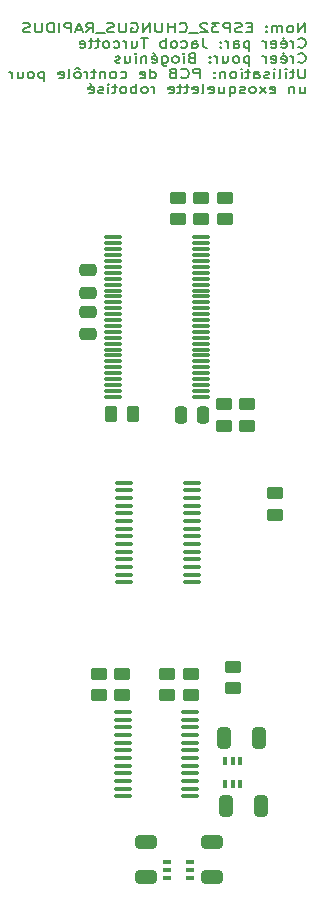
<source format=gbr>
%TF.GenerationSoftware,KiCad,Pcbnew,8.0.1-rc1*%
%TF.CreationDate,2024-04-06T08:28:56-04:00*%
%TF.ProjectId,ESP32_CHUNGUS_RAPIDUS,45535033-325f-4434-9855-4e4755535f52,rev?*%
%TF.SameCoordinates,Original*%
%TF.FileFunction,Paste,Bot*%
%TF.FilePolarity,Positive*%
%FSLAX46Y46*%
G04 Gerber Fmt 4.6, Leading zero omitted, Abs format (unit mm)*
G04 Created by KiCad (PCBNEW 8.0.1-rc1) date 2024-04-06 08:28:56*
%MOMM*%
%LPD*%
G01*
G04 APERTURE LIST*
G04 Aperture macros list*
%AMRoundRect*
0 Rectangle with rounded corners*
0 $1 Rounding radius*
0 $2 $3 $4 $5 $6 $7 $8 $9 X,Y pos of 4 corners*
0 Add a 4 corners polygon primitive as box body*
4,1,4,$2,$3,$4,$5,$6,$7,$8,$9,$2,$3,0*
0 Add four circle primitives for the rounded corners*
1,1,$1+$1,$2,$3*
1,1,$1+$1,$4,$5*
1,1,$1+$1,$6,$7*
1,1,$1+$1,$8,$9*
0 Add four rect primitives between the rounded corners*
20,1,$1+$1,$2,$3,$4,$5,0*
20,1,$1+$1,$4,$5,$6,$7,0*
20,1,$1+$1,$6,$7,$8,$9,0*
20,1,$1+$1,$8,$9,$2,$3,0*%
G04 Aperture macros list end*
%ADD10C,0.200000*%
%ADD11RoundRect,0.100000X0.637500X0.100000X-0.637500X0.100000X-0.637500X-0.100000X0.637500X-0.100000X0*%
%ADD12RoundRect,0.250000X-0.475000X0.250000X-0.475000X-0.250000X0.475000X-0.250000X0.475000X0.250000X0*%
%ADD13RoundRect,0.250000X-0.450000X0.262500X-0.450000X-0.262500X0.450000X-0.262500X0.450000X0.262500X0*%
%ADD14RoundRect,0.250000X0.450000X-0.262500X0.450000X0.262500X-0.450000X0.262500X-0.450000X-0.262500X0*%
%ADD15RoundRect,0.250000X0.475000X-0.250000X0.475000X0.250000X-0.475000X0.250000X-0.475000X-0.250000X0*%
%ADD16RoundRect,0.075000X0.662500X0.075000X-0.662500X0.075000X-0.662500X-0.075000X0.662500X-0.075000X0*%
%ADD17RoundRect,0.250000X0.325000X0.650000X-0.325000X0.650000X-0.325000X-0.650000X0.325000X-0.650000X0*%
%ADD18RoundRect,0.250000X-0.325000X-0.650000X0.325000X-0.650000X0.325000X0.650000X-0.325000X0.650000X0*%
%ADD19RoundRect,0.250000X0.262500X0.450000X-0.262500X0.450000X-0.262500X-0.450000X0.262500X-0.450000X0*%
%ADD20RoundRect,0.250000X-0.650000X0.325000X-0.650000X-0.325000X0.650000X-0.325000X0.650000X0.325000X0*%
%ADD21RoundRect,0.250000X0.650000X-0.325000X0.650000X0.325000X-0.650000X0.325000X-0.650000X-0.325000X0*%
%ADD22RoundRect,0.250000X-0.250000X-0.475000X0.250000X-0.475000X0.250000X0.475000X-0.250000X0.475000X0*%
%ADD23RoundRect,0.100000X-0.225000X-0.100000X0.225000X-0.100000X0.225000X0.100000X-0.225000X0.100000X0*%
%ADD24RoundRect,0.100000X-0.100000X0.225000X-0.100000X-0.225000X0.100000X-0.225000X0.100000X0.225000X0*%
G04 APERTURE END LIST*
D10*
X92680326Y-21589875D02*
X92680326Y-20789875D01*
X92680326Y-20789875D02*
X92108898Y-21589875D01*
X92108898Y-21589875D02*
X92108898Y-20789875D01*
X91489850Y-21589875D02*
X91585088Y-21551780D01*
X91585088Y-21551780D02*
X91632707Y-21513684D01*
X91632707Y-21513684D02*
X91680326Y-21437494D01*
X91680326Y-21437494D02*
X91680326Y-21208922D01*
X91680326Y-21208922D02*
X91632707Y-21132732D01*
X91632707Y-21132732D02*
X91585088Y-21094637D01*
X91585088Y-21094637D02*
X91489850Y-21056541D01*
X91489850Y-21056541D02*
X91346993Y-21056541D01*
X91346993Y-21056541D02*
X91251755Y-21094637D01*
X91251755Y-21094637D02*
X91204136Y-21132732D01*
X91204136Y-21132732D02*
X91156517Y-21208922D01*
X91156517Y-21208922D02*
X91156517Y-21437494D01*
X91156517Y-21437494D02*
X91204136Y-21513684D01*
X91204136Y-21513684D02*
X91251755Y-21551780D01*
X91251755Y-21551780D02*
X91346993Y-21589875D01*
X91346993Y-21589875D02*
X91489850Y-21589875D01*
X90727945Y-21589875D02*
X90727945Y-21056541D01*
X90727945Y-21132732D02*
X90680326Y-21094637D01*
X90680326Y-21094637D02*
X90585088Y-21056541D01*
X90585088Y-21056541D02*
X90442231Y-21056541D01*
X90442231Y-21056541D02*
X90346993Y-21094637D01*
X90346993Y-21094637D02*
X90299374Y-21170827D01*
X90299374Y-21170827D02*
X90299374Y-21589875D01*
X90299374Y-21170827D02*
X90251755Y-21094637D01*
X90251755Y-21094637D02*
X90156517Y-21056541D01*
X90156517Y-21056541D02*
X90013660Y-21056541D01*
X90013660Y-21056541D02*
X89918421Y-21094637D01*
X89918421Y-21094637D02*
X89870802Y-21170827D01*
X89870802Y-21170827D02*
X89870802Y-21589875D01*
X89394612Y-21513684D02*
X89346993Y-21551780D01*
X89346993Y-21551780D02*
X89394612Y-21589875D01*
X89394612Y-21589875D02*
X89442231Y-21551780D01*
X89442231Y-21551780D02*
X89394612Y-21513684D01*
X89394612Y-21513684D02*
X89394612Y-21589875D01*
X89394612Y-21094637D02*
X89346993Y-21132732D01*
X89346993Y-21132732D02*
X89394612Y-21170827D01*
X89394612Y-21170827D02*
X89442231Y-21132732D01*
X89442231Y-21132732D02*
X89394612Y-21094637D01*
X89394612Y-21094637D02*
X89394612Y-21170827D01*
X88156517Y-21170827D02*
X87823184Y-21170827D01*
X87680327Y-21589875D02*
X88156517Y-21589875D01*
X88156517Y-21589875D02*
X88156517Y-20789875D01*
X88156517Y-20789875D02*
X87680327Y-20789875D01*
X87299374Y-21551780D02*
X87156517Y-21589875D01*
X87156517Y-21589875D02*
X86918422Y-21589875D01*
X86918422Y-21589875D02*
X86823184Y-21551780D01*
X86823184Y-21551780D02*
X86775565Y-21513684D01*
X86775565Y-21513684D02*
X86727946Y-21437494D01*
X86727946Y-21437494D02*
X86727946Y-21361303D01*
X86727946Y-21361303D02*
X86775565Y-21285113D01*
X86775565Y-21285113D02*
X86823184Y-21247018D01*
X86823184Y-21247018D02*
X86918422Y-21208922D01*
X86918422Y-21208922D02*
X87108898Y-21170827D01*
X87108898Y-21170827D02*
X87204136Y-21132732D01*
X87204136Y-21132732D02*
X87251755Y-21094637D01*
X87251755Y-21094637D02*
X87299374Y-21018446D01*
X87299374Y-21018446D02*
X87299374Y-20942256D01*
X87299374Y-20942256D02*
X87251755Y-20866065D01*
X87251755Y-20866065D02*
X87204136Y-20827970D01*
X87204136Y-20827970D02*
X87108898Y-20789875D01*
X87108898Y-20789875D02*
X86870803Y-20789875D01*
X86870803Y-20789875D02*
X86727946Y-20827970D01*
X86299374Y-21589875D02*
X86299374Y-20789875D01*
X86299374Y-20789875D02*
X85918422Y-20789875D01*
X85918422Y-20789875D02*
X85823184Y-20827970D01*
X85823184Y-20827970D02*
X85775565Y-20866065D01*
X85775565Y-20866065D02*
X85727946Y-20942256D01*
X85727946Y-20942256D02*
X85727946Y-21056541D01*
X85727946Y-21056541D02*
X85775565Y-21132732D01*
X85775565Y-21132732D02*
X85823184Y-21170827D01*
X85823184Y-21170827D02*
X85918422Y-21208922D01*
X85918422Y-21208922D02*
X86299374Y-21208922D01*
X85394612Y-20789875D02*
X84775565Y-20789875D01*
X84775565Y-20789875D02*
X85108898Y-21094637D01*
X85108898Y-21094637D02*
X84966041Y-21094637D01*
X84966041Y-21094637D02*
X84870803Y-21132732D01*
X84870803Y-21132732D02*
X84823184Y-21170827D01*
X84823184Y-21170827D02*
X84775565Y-21247018D01*
X84775565Y-21247018D02*
X84775565Y-21437494D01*
X84775565Y-21437494D02*
X84823184Y-21513684D01*
X84823184Y-21513684D02*
X84870803Y-21551780D01*
X84870803Y-21551780D02*
X84966041Y-21589875D01*
X84966041Y-21589875D02*
X85251755Y-21589875D01*
X85251755Y-21589875D02*
X85346993Y-21551780D01*
X85346993Y-21551780D02*
X85394612Y-21513684D01*
X84394612Y-20866065D02*
X84346993Y-20827970D01*
X84346993Y-20827970D02*
X84251755Y-20789875D01*
X84251755Y-20789875D02*
X84013660Y-20789875D01*
X84013660Y-20789875D02*
X83918422Y-20827970D01*
X83918422Y-20827970D02*
X83870803Y-20866065D01*
X83870803Y-20866065D02*
X83823184Y-20942256D01*
X83823184Y-20942256D02*
X83823184Y-21018446D01*
X83823184Y-21018446D02*
X83870803Y-21132732D01*
X83870803Y-21132732D02*
X84442231Y-21589875D01*
X84442231Y-21589875D02*
X83823184Y-21589875D01*
X83632708Y-21666065D02*
X82870803Y-21666065D01*
X82061279Y-21513684D02*
X82108898Y-21551780D01*
X82108898Y-21551780D02*
X82251755Y-21589875D01*
X82251755Y-21589875D02*
X82346993Y-21589875D01*
X82346993Y-21589875D02*
X82489850Y-21551780D01*
X82489850Y-21551780D02*
X82585088Y-21475589D01*
X82585088Y-21475589D02*
X82632707Y-21399399D01*
X82632707Y-21399399D02*
X82680326Y-21247018D01*
X82680326Y-21247018D02*
X82680326Y-21132732D01*
X82680326Y-21132732D02*
X82632707Y-20980351D01*
X82632707Y-20980351D02*
X82585088Y-20904160D01*
X82585088Y-20904160D02*
X82489850Y-20827970D01*
X82489850Y-20827970D02*
X82346993Y-20789875D01*
X82346993Y-20789875D02*
X82251755Y-20789875D01*
X82251755Y-20789875D02*
X82108898Y-20827970D01*
X82108898Y-20827970D02*
X82061279Y-20866065D01*
X81632707Y-21589875D02*
X81632707Y-20789875D01*
X81632707Y-21170827D02*
X81061279Y-21170827D01*
X81061279Y-21589875D02*
X81061279Y-20789875D01*
X80585088Y-20789875D02*
X80585088Y-21437494D01*
X80585088Y-21437494D02*
X80537469Y-21513684D01*
X80537469Y-21513684D02*
X80489850Y-21551780D01*
X80489850Y-21551780D02*
X80394612Y-21589875D01*
X80394612Y-21589875D02*
X80204136Y-21589875D01*
X80204136Y-21589875D02*
X80108898Y-21551780D01*
X80108898Y-21551780D02*
X80061279Y-21513684D01*
X80061279Y-21513684D02*
X80013660Y-21437494D01*
X80013660Y-21437494D02*
X80013660Y-20789875D01*
X79537469Y-21589875D02*
X79537469Y-20789875D01*
X79537469Y-20789875D02*
X78966041Y-21589875D01*
X78966041Y-21589875D02*
X78966041Y-20789875D01*
X77966041Y-20827970D02*
X78061279Y-20789875D01*
X78061279Y-20789875D02*
X78204136Y-20789875D01*
X78204136Y-20789875D02*
X78346993Y-20827970D01*
X78346993Y-20827970D02*
X78442231Y-20904160D01*
X78442231Y-20904160D02*
X78489850Y-20980351D01*
X78489850Y-20980351D02*
X78537469Y-21132732D01*
X78537469Y-21132732D02*
X78537469Y-21247018D01*
X78537469Y-21247018D02*
X78489850Y-21399399D01*
X78489850Y-21399399D02*
X78442231Y-21475589D01*
X78442231Y-21475589D02*
X78346993Y-21551780D01*
X78346993Y-21551780D02*
X78204136Y-21589875D01*
X78204136Y-21589875D02*
X78108898Y-21589875D01*
X78108898Y-21589875D02*
X77966041Y-21551780D01*
X77966041Y-21551780D02*
X77918422Y-21513684D01*
X77918422Y-21513684D02*
X77918422Y-21247018D01*
X77918422Y-21247018D02*
X78108898Y-21247018D01*
X77489850Y-20789875D02*
X77489850Y-21437494D01*
X77489850Y-21437494D02*
X77442231Y-21513684D01*
X77442231Y-21513684D02*
X77394612Y-21551780D01*
X77394612Y-21551780D02*
X77299374Y-21589875D01*
X77299374Y-21589875D02*
X77108898Y-21589875D01*
X77108898Y-21589875D02*
X77013660Y-21551780D01*
X77013660Y-21551780D02*
X76966041Y-21513684D01*
X76966041Y-21513684D02*
X76918422Y-21437494D01*
X76918422Y-21437494D02*
X76918422Y-20789875D01*
X76489850Y-21551780D02*
X76346993Y-21589875D01*
X76346993Y-21589875D02*
X76108898Y-21589875D01*
X76108898Y-21589875D02*
X76013660Y-21551780D01*
X76013660Y-21551780D02*
X75966041Y-21513684D01*
X75966041Y-21513684D02*
X75918422Y-21437494D01*
X75918422Y-21437494D02*
X75918422Y-21361303D01*
X75918422Y-21361303D02*
X75966041Y-21285113D01*
X75966041Y-21285113D02*
X76013660Y-21247018D01*
X76013660Y-21247018D02*
X76108898Y-21208922D01*
X76108898Y-21208922D02*
X76299374Y-21170827D01*
X76299374Y-21170827D02*
X76394612Y-21132732D01*
X76394612Y-21132732D02*
X76442231Y-21094637D01*
X76442231Y-21094637D02*
X76489850Y-21018446D01*
X76489850Y-21018446D02*
X76489850Y-20942256D01*
X76489850Y-20942256D02*
X76442231Y-20866065D01*
X76442231Y-20866065D02*
X76394612Y-20827970D01*
X76394612Y-20827970D02*
X76299374Y-20789875D01*
X76299374Y-20789875D02*
X76061279Y-20789875D01*
X76061279Y-20789875D02*
X75918422Y-20827970D01*
X75727946Y-21666065D02*
X74966041Y-21666065D01*
X74156517Y-21589875D02*
X74489850Y-21208922D01*
X74727945Y-21589875D02*
X74727945Y-20789875D01*
X74727945Y-20789875D02*
X74346993Y-20789875D01*
X74346993Y-20789875D02*
X74251755Y-20827970D01*
X74251755Y-20827970D02*
X74204136Y-20866065D01*
X74204136Y-20866065D02*
X74156517Y-20942256D01*
X74156517Y-20942256D02*
X74156517Y-21056541D01*
X74156517Y-21056541D02*
X74204136Y-21132732D01*
X74204136Y-21132732D02*
X74251755Y-21170827D01*
X74251755Y-21170827D02*
X74346993Y-21208922D01*
X74346993Y-21208922D02*
X74727945Y-21208922D01*
X73775564Y-21361303D02*
X73299374Y-21361303D01*
X73870802Y-21589875D02*
X73537469Y-20789875D01*
X73537469Y-20789875D02*
X73204136Y-21589875D01*
X72870802Y-21589875D02*
X72870802Y-20789875D01*
X72870802Y-20789875D02*
X72489850Y-20789875D01*
X72489850Y-20789875D02*
X72394612Y-20827970D01*
X72394612Y-20827970D02*
X72346993Y-20866065D01*
X72346993Y-20866065D02*
X72299374Y-20942256D01*
X72299374Y-20942256D02*
X72299374Y-21056541D01*
X72299374Y-21056541D02*
X72346993Y-21132732D01*
X72346993Y-21132732D02*
X72394612Y-21170827D01*
X72394612Y-21170827D02*
X72489850Y-21208922D01*
X72489850Y-21208922D02*
X72870802Y-21208922D01*
X71870802Y-21589875D02*
X71870802Y-20789875D01*
X71394612Y-21589875D02*
X71394612Y-20789875D01*
X71394612Y-20789875D02*
X71156517Y-20789875D01*
X71156517Y-20789875D02*
X71013660Y-20827970D01*
X71013660Y-20827970D02*
X70918422Y-20904160D01*
X70918422Y-20904160D02*
X70870803Y-20980351D01*
X70870803Y-20980351D02*
X70823184Y-21132732D01*
X70823184Y-21132732D02*
X70823184Y-21247018D01*
X70823184Y-21247018D02*
X70870803Y-21399399D01*
X70870803Y-21399399D02*
X70918422Y-21475589D01*
X70918422Y-21475589D02*
X71013660Y-21551780D01*
X71013660Y-21551780D02*
X71156517Y-21589875D01*
X71156517Y-21589875D02*
X71394612Y-21589875D01*
X70394612Y-20789875D02*
X70394612Y-21437494D01*
X70394612Y-21437494D02*
X70346993Y-21513684D01*
X70346993Y-21513684D02*
X70299374Y-21551780D01*
X70299374Y-21551780D02*
X70204136Y-21589875D01*
X70204136Y-21589875D02*
X70013660Y-21589875D01*
X70013660Y-21589875D02*
X69918422Y-21551780D01*
X69918422Y-21551780D02*
X69870803Y-21513684D01*
X69870803Y-21513684D02*
X69823184Y-21437494D01*
X69823184Y-21437494D02*
X69823184Y-20789875D01*
X69394612Y-21551780D02*
X69251755Y-21589875D01*
X69251755Y-21589875D02*
X69013660Y-21589875D01*
X69013660Y-21589875D02*
X68918422Y-21551780D01*
X68918422Y-21551780D02*
X68870803Y-21513684D01*
X68870803Y-21513684D02*
X68823184Y-21437494D01*
X68823184Y-21437494D02*
X68823184Y-21361303D01*
X68823184Y-21361303D02*
X68870803Y-21285113D01*
X68870803Y-21285113D02*
X68918422Y-21247018D01*
X68918422Y-21247018D02*
X69013660Y-21208922D01*
X69013660Y-21208922D02*
X69204136Y-21170827D01*
X69204136Y-21170827D02*
X69299374Y-21132732D01*
X69299374Y-21132732D02*
X69346993Y-21094637D01*
X69346993Y-21094637D02*
X69394612Y-21018446D01*
X69394612Y-21018446D02*
X69394612Y-20942256D01*
X69394612Y-20942256D02*
X69346993Y-20866065D01*
X69346993Y-20866065D02*
X69299374Y-20827970D01*
X69299374Y-20827970D02*
X69204136Y-20789875D01*
X69204136Y-20789875D02*
X68966041Y-20789875D01*
X68966041Y-20789875D02*
X68823184Y-20827970D01*
X92108898Y-22801639D02*
X92156517Y-22839735D01*
X92156517Y-22839735D02*
X92299374Y-22877830D01*
X92299374Y-22877830D02*
X92394612Y-22877830D01*
X92394612Y-22877830D02*
X92537469Y-22839735D01*
X92537469Y-22839735D02*
X92632707Y-22763544D01*
X92632707Y-22763544D02*
X92680326Y-22687354D01*
X92680326Y-22687354D02*
X92727945Y-22534973D01*
X92727945Y-22534973D02*
X92727945Y-22420687D01*
X92727945Y-22420687D02*
X92680326Y-22268306D01*
X92680326Y-22268306D02*
X92632707Y-22192115D01*
X92632707Y-22192115D02*
X92537469Y-22115925D01*
X92537469Y-22115925D02*
X92394612Y-22077830D01*
X92394612Y-22077830D02*
X92299374Y-22077830D01*
X92299374Y-22077830D02*
X92156517Y-22115925D01*
X92156517Y-22115925D02*
X92108898Y-22154020D01*
X91680326Y-22877830D02*
X91680326Y-22344496D01*
X91680326Y-22496877D02*
X91632707Y-22420687D01*
X91632707Y-22420687D02*
X91585088Y-22382592D01*
X91585088Y-22382592D02*
X91489850Y-22344496D01*
X91489850Y-22344496D02*
X91394612Y-22344496D01*
X90680326Y-22839735D02*
X90775564Y-22877830D01*
X90775564Y-22877830D02*
X90966040Y-22877830D01*
X90966040Y-22877830D02*
X91061278Y-22839735D01*
X91061278Y-22839735D02*
X91108897Y-22763544D01*
X91108897Y-22763544D02*
X91108897Y-22458782D01*
X91108897Y-22458782D02*
X91061278Y-22382592D01*
X91061278Y-22382592D02*
X90966040Y-22344496D01*
X90966040Y-22344496D02*
X90775564Y-22344496D01*
X90775564Y-22344496D02*
X90680326Y-22382592D01*
X90680326Y-22382592D02*
X90632707Y-22458782D01*
X90632707Y-22458782D02*
X90632707Y-22534973D01*
X90632707Y-22534973D02*
X91108897Y-22611163D01*
X90775564Y-22039735D02*
X90918421Y-22154020D01*
X89823183Y-22839735D02*
X89918421Y-22877830D01*
X89918421Y-22877830D02*
X90108897Y-22877830D01*
X90108897Y-22877830D02*
X90204135Y-22839735D01*
X90204135Y-22839735D02*
X90251754Y-22763544D01*
X90251754Y-22763544D02*
X90251754Y-22458782D01*
X90251754Y-22458782D02*
X90204135Y-22382592D01*
X90204135Y-22382592D02*
X90108897Y-22344496D01*
X90108897Y-22344496D02*
X89918421Y-22344496D01*
X89918421Y-22344496D02*
X89823183Y-22382592D01*
X89823183Y-22382592D02*
X89775564Y-22458782D01*
X89775564Y-22458782D02*
X89775564Y-22534973D01*
X89775564Y-22534973D02*
X90251754Y-22611163D01*
X89346992Y-22877830D02*
X89346992Y-22344496D01*
X89346992Y-22496877D02*
X89299373Y-22420687D01*
X89299373Y-22420687D02*
X89251754Y-22382592D01*
X89251754Y-22382592D02*
X89156516Y-22344496D01*
X89156516Y-22344496D02*
X89061278Y-22344496D01*
X87966039Y-22344496D02*
X87966039Y-23144496D01*
X87966039Y-22382592D02*
X87870801Y-22344496D01*
X87870801Y-22344496D02*
X87680325Y-22344496D01*
X87680325Y-22344496D02*
X87585087Y-22382592D01*
X87585087Y-22382592D02*
X87537468Y-22420687D01*
X87537468Y-22420687D02*
X87489849Y-22496877D01*
X87489849Y-22496877D02*
X87489849Y-22725449D01*
X87489849Y-22725449D02*
X87537468Y-22801639D01*
X87537468Y-22801639D02*
X87585087Y-22839735D01*
X87585087Y-22839735D02*
X87680325Y-22877830D01*
X87680325Y-22877830D02*
X87870801Y-22877830D01*
X87870801Y-22877830D02*
X87966039Y-22839735D01*
X86632706Y-22877830D02*
X86632706Y-22458782D01*
X86632706Y-22458782D02*
X86680325Y-22382592D01*
X86680325Y-22382592D02*
X86775563Y-22344496D01*
X86775563Y-22344496D02*
X86966039Y-22344496D01*
X86966039Y-22344496D02*
X87061277Y-22382592D01*
X86632706Y-22839735D02*
X86727944Y-22877830D01*
X86727944Y-22877830D02*
X86966039Y-22877830D01*
X86966039Y-22877830D02*
X87061277Y-22839735D01*
X87061277Y-22839735D02*
X87108896Y-22763544D01*
X87108896Y-22763544D02*
X87108896Y-22687354D01*
X87108896Y-22687354D02*
X87061277Y-22611163D01*
X87061277Y-22611163D02*
X86966039Y-22573068D01*
X86966039Y-22573068D02*
X86727944Y-22573068D01*
X86727944Y-22573068D02*
X86632706Y-22534973D01*
X86156515Y-22877830D02*
X86156515Y-22344496D01*
X86156515Y-22496877D02*
X86108896Y-22420687D01*
X86108896Y-22420687D02*
X86061277Y-22382592D01*
X86061277Y-22382592D02*
X85966039Y-22344496D01*
X85966039Y-22344496D02*
X85870801Y-22344496D01*
X85537467Y-22801639D02*
X85489848Y-22839735D01*
X85489848Y-22839735D02*
X85537467Y-22877830D01*
X85537467Y-22877830D02*
X85585086Y-22839735D01*
X85585086Y-22839735D02*
X85537467Y-22801639D01*
X85537467Y-22801639D02*
X85537467Y-22877830D01*
X85537467Y-22382592D02*
X85489848Y-22420687D01*
X85489848Y-22420687D02*
X85537467Y-22458782D01*
X85537467Y-22458782D02*
X85585086Y-22420687D01*
X85585086Y-22420687D02*
X85537467Y-22382592D01*
X85537467Y-22382592D02*
X85537467Y-22458782D01*
X84013658Y-22077830D02*
X84013658Y-22649258D01*
X84013658Y-22649258D02*
X84061277Y-22763544D01*
X84061277Y-22763544D02*
X84156515Y-22839735D01*
X84156515Y-22839735D02*
X84299372Y-22877830D01*
X84299372Y-22877830D02*
X84394610Y-22877830D01*
X83108896Y-22877830D02*
X83108896Y-22458782D01*
X83108896Y-22458782D02*
X83156515Y-22382592D01*
X83156515Y-22382592D02*
X83251753Y-22344496D01*
X83251753Y-22344496D02*
X83442229Y-22344496D01*
X83442229Y-22344496D02*
X83537467Y-22382592D01*
X83108896Y-22839735D02*
X83204134Y-22877830D01*
X83204134Y-22877830D02*
X83442229Y-22877830D01*
X83442229Y-22877830D02*
X83537467Y-22839735D01*
X83537467Y-22839735D02*
X83585086Y-22763544D01*
X83585086Y-22763544D02*
X83585086Y-22687354D01*
X83585086Y-22687354D02*
X83537467Y-22611163D01*
X83537467Y-22611163D02*
X83442229Y-22573068D01*
X83442229Y-22573068D02*
X83204134Y-22573068D01*
X83204134Y-22573068D02*
X83108896Y-22534973D01*
X82204134Y-22839735D02*
X82299372Y-22877830D01*
X82299372Y-22877830D02*
X82489848Y-22877830D01*
X82489848Y-22877830D02*
X82585086Y-22839735D01*
X82585086Y-22839735D02*
X82632705Y-22801639D01*
X82632705Y-22801639D02*
X82680324Y-22725449D01*
X82680324Y-22725449D02*
X82680324Y-22496877D01*
X82680324Y-22496877D02*
X82632705Y-22420687D01*
X82632705Y-22420687D02*
X82585086Y-22382592D01*
X82585086Y-22382592D02*
X82489848Y-22344496D01*
X82489848Y-22344496D02*
X82299372Y-22344496D01*
X82299372Y-22344496D02*
X82204134Y-22382592D01*
X81632705Y-22877830D02*
X81727943Y-22839735D01*
X81727943Y-22839735D02*
X81775562Y-22801639D01*
X81775562Y-22801639D02*
X81823181Y-22725449D01*
X81823181Y-22725449D02*
X81823181Y-22496877D01*
X81823181Y-22496877D02*
X81775562Y-22420687D01*
X81775562Y-22420687D02*
X81727943Y-22382592D01*
X81727943Y-22382592D02*
X81632705Y-22344496D01*
X81632705Y-22344496D02*
X81489848Y-22344496D01*
X81489848Y-22344496D02*
X81394610Y-22382592D01*
X81394610Y-22382592D02*
X81346991Y-22420687D01*
X81346991Y-22420687D02*
X81299372Y-22496877D01*
X81299372Y-22496877D02*
X81299372Y-22725449D01*
X81299372Y-22725449D02*
X81346991Y-22801639D01*
X81346991Y-22801639D02*
X81394610Y-22839735D01*
X81394610Y-22839735D02*
X81489848Y-22877830D01*
X81489848Y-22877830D02*
X81632705Y-22877830D01*
X80870800Y-22877830D02*
X80870800Y-22077830D01*
X80870800Y-22382592D02*
X80775562Y-22344496D01*
X80775562Y-22344496D02*
X80585086Y-22344496D01*
X80585086Y-22344496D02*
X80489848Y-22382592D01*
X80489848Y-22382592D02*
X80442229Y-22420687D01*
X80442229Y-22420687D02*
X80394610Y-22496877D01*
X80394610Y-22496877D02*
X80394610Y-22725449D01*
X80394610Y-22725449D02*
X80442229Y-22801639D01*
X80442229Y-22801639D02*
X80489848Y-22839735D01*
X80489848Y-22839735D02*
X80585086Y-22877830D01*
X80585086Y-22877830D02*
X80775562Y-22877830D01*
X80775562Y-22877830D02*
X80870800Y-22839735D01*
X79346990Y-22077830D02*
X78775562Y-22077830D01*
X79061276Y-22877830D02*
X79061276Y-22077830D01*
X78013657Y-22344496D02*
X78013657Y-22877830D01*
X78442228Y-22344496D02*
X78442228Y-22763544D01*
X78442228Y-22763544D02*
X78394609Y-22839735D01*
X78394609Y-22839735D02*
X78299371Y-22877830D01*
X78299371Y-22877830D02*
X78156514Y-22877830D01*
X78156514Y-22877830D02*
X78061276Y-22839735D01*
X78061276Y-22839735D02*
X78013657Y-22801639D01*
X77537466Y-22877830D02*
X77537466Y-22344496D01*
X77537466Y-22496877D02*
X77489847Y-22420687D01*
X77489847Y-22420687D02*
X77442228Y-22382592D01*
X77442228Y-22382592D02*
X77346990Y-22344496D01*
X77346990Y-22344496D02*
X77251752Y-22344496D01*
X76489847Y-22839735D02*
X76585085Y-22877830D01*
X76585085Y-22877830D02*
X76775561Y-22877830D01*
X76775561Y-22877830D02*
X76870799Y-22839735D01*
X76870799Y-22839735D02*
X76918418Y-22801639D01*
X76918418Y-22801639D02*
X76966037Y-22725449D01*
X76966037Y-22725449D02*
X76966037Y-22496877D01*
X76966037Y-22496877D02*
X76918418Y-22420687D01*
X76918418Y-22420687D02*
X76870799Y-22382592D01*
X76870799Y-22382592D02*
X76775561Y-22344496D01*
X76775561Y-22344496D02*
X76585085Y-22344496D01*
X76585085Y-22344496D02*
X76489847Y-22382592D01*
X75918418Y-22877830D02*
X76013656Y-22839735D01*
X76013656Y-22839735D02*
X76061275Y-22801639D01*
X76061275Y-22801639D02*
X76108894Y-22725449D01*
X76108894Y-22725449D02*
X76108894Y-22496877D01*
X76108894Y-22496877D02*
X76061275Y-22420687D01*
X76061275Y-22420687D02*
X76013656Y-22382592D01*
X76013656Y-22382592D02*
X75918418Y-22344496D01*
X75918418Y-22344496D02*
X75775561Y-22344496D01*
X75775561Y-22344496D02*
X75680323Y-22382592D01*
X75680323Y-22382592D02*
X75632704Y-22420687D01*
X75632704Y-22420687D02*
X75585085Y-22496877D01*
X75585085Y-22496877D02*
X75585085Y-22725449D01*
X75585085Y-22725449D02*
X75632704Y-22801639D01*
X75632704Y-22801639D02*
X75680323Y-22839735D01*
X75680323Y-22839735D02*
X75775561Y-22877830D01*
X75775561Y-22877830D02*
X75918418Y-22877830D01*
X75299370Y-22344496D02*
X74918418Y-22344496D01*
X75156513Y-22077830D02*
X75156513Y-22763544D01*
X75156513Y-22763544D02*
X75108894Y-22839735D01*
X75108894Y-22839735D02*
X75013656Y-22877830D01*
X75013656Y-22877830D02*
X74918418Y-22877830D01*
X74727941Y-22344496D02*
X74346989Y-22344496D01*
X74585084Y-22077830D02*
X74585084Y-22763544D01*
X74585084Y-22763544D02*
X74537465Y-22839735D01*
X74537465Y-22839735D02*
X74442227Y-22877830D01*
X74442227Y-22877830D02*
X74346989Y-22877830D01*
X73632703Y-22839735D02*
X73727941Y-22877830D01*
X73727941Y-22877830D02*
X73918417Y-22877830D01*
X73918417Y-22877830D02*
X74013655Y-22839735D01*
X74013655Y-22839735D02*
X74061274Y-22763544D01*
X74061274Y-22763544D02*
X74061274Y-22458782D01*
X74061274Y-22458782D02*
X74013655Y-22382592D01*
X74013655Y-22382592D02*
X73918417Y-22344496D01*
X73918417Y-22344496D02*
X73727941Y-22344496D01*
X73727941Y-22344496D02*
X73632703Y-22382592D01*
X73632703Y-22382592D02*
X73585084Y-22458782D01*
X73585084Y-22458782D02*
X73585084Y-22534973D01*
X73585084Y-22534973D02*
X74061274Y-22611163D01*
X92108898Y-24089594D02*
X92156517Y-24127690D01*
X92156517Y-24127690D02*
X92299374Y-24165785D01*
X92299374Y-24165785D02*
X92394612Y-24165785D01*
X92394612Y-24165785D02*
X92537469Y-24127690D01*
X92537469Y-24127690D02*
X92632707Y-24051499D01*
X92632707Y-24051499D02*
X92680326Y-23975309D01*
X92680326Y-23975309D02*
X92727945Y-23822928D01*
X92727945Y-23822928D02*
X92727945Y-23708642D01*
X92727945Y-23708642D02*
X92680326Y-23556261D01*
X92680326Y-23556261D02*
X92632707Y-23480070D01*
X92632707Y-23480070D02*
X92537469Y-23403880D01*
X92537469Y-23403880D02*
X92394612Y-23365785D01*
X92394612Y-23365785D02*
X92299374Y-23365785D01*
X92299374Y-23365785D02*
X92156517Y-23403880D01*
X92156517Y-23403880D02*
X92108898Y-23441975D01*
X91680326Y-24165785D02*
X91680326Y-23632451D01*
X91680326Y-23784832D02*
X91632707Y-23708642D01*
X91632707Y-23708642D02*
X91585088Y-23670547D01*
X91585088Y-23670547D02*
X91489850Y-23632451D01*
X91489850Y-23632451D02*
X91394612Y-23632451D01*
X90680326Y-24127690D02*
X90775564Y-24165785D01*
X90775564Y-24165785D02*
X90966040Y-24165785D01*
X90966040Y-24165785D02*
X91061278Y-24127690D01*
X91061278Y-24127690D02*
X91108897Y-24051499D01*
X91108897Y-24051499D02*
X91108897Y-23746737D01*
X91108897Y-23746737D02*
X91061278Y-23670547D01*
X91061278Y-23670547D02*
X90966040Y-23632451D01*
X90966040Y-23632451D02*
X90775564Y-23632451D01*
X90775564Y-23632451D02*
X90680326Y-23670547D01*
X90680326Y-23670547D02*
X90632707Y-23746737D01*
X90632707Y-23746737D02*
X90632707Y-23822928D01*
X90632707Y-23822928D02*
X91108897Y-23899118D01*
X90775564Y-23327690D02*
X90918421Y-23441975D01*
X89823183Y-24127690D02*
X89918421Y-24165785D01*
X89918421Y-24165785D02*
X90108897Y-24165785D01*
X90108897Y-24165785D02*
X90204135Y-24127690D01*
X90204135Y-24127690D02*
X90251754Y-24051499D01*
X90251754Y-24051499D02*
X90251754Y-23746737D01*
X90251754Y-23746737D02*
X90204135Y-23670547D01*
X90204135Y-23670547D02*
X90108897Y-23632451D01*
X90108897Y-23632451D02*
X89918421Y-23632451D01*
X89918421Y-23632451D02*
X89823183Y-23670547D01*
X89823183Y-23670547D02*
X89775564Y-23746737D01*
X89775564Y-23746737D02*
X89775564Y-23822928D01*
X89775564Y-23822928D02*
X90251754Y-23899118D01*
X89346992Y-24165785D02*
X89346992Y-23632451D01*
X89346992Y-23784832D02*
X89299373Y-23708642D01*
X89299373Y-23708642D02*
X89251754Y-23670547D01*
X89251754Y-23670547D02*
X89156516Y-23632451D01*
X89156516Y-23632451D02*
X89061278Y-23632451D01*
X87966039Y-23632451D02*
X87966039Y-24432451D01*
X87966039Y-23670547D02*
X87870801Y-23632451D01*
X87870801Y-23632451D02*
X87680325Y-23632451D01*
X87680325Y-23632451D02*
X87585087Y-23670547D01*
X87585087Y-23670547D02*
X87537468Y-23708642D01*
X87537468Y-23708642D02*
X87489849Y-23784832D01*
X87489849Y-23784832D02*
X87489849Y-24013404D01*
X87489849Y-24013404D02*
X87537468Y-24089594D01*
X87537468Y-24089594D02*
X87585087Y-24127690D01*
X87585087Y-24127690D02*
X87680325Y-24165785D01*
X87680325Y-24165785D02*
X87870801Y-24165785D01*
X87870801Y-24165785D02*
X87966039Y-24127690D01*
X86918420Y-24165785D02*
X87013658Y-24127690D01*
X87013658Y-24127690D02*
X87061277Y-24089594D01*
X87061277Y-24089594D02*
X87108896Y-24013404D01*
X87108896Y-24013404D02*
X87108896Y-23784832D01*
X87108896Y-23784832D02*
X87061277Y-23708642D01*
X87061277Y-23708642D02*
X87013658Y-23670547D01*
X87013658Y-23670547D02*
X86918420Y-23632451D01*
X86918420Y-23632451D02*
X86775563Y-23632451D01*
X86775563Y-23632451D02*
X86680325Y-23670547D01*
X86680325Y-23670547D02*
X86632706Y-23708642D01*
X86632706Y-23708642D02*
X86585087Y-23784832D01*
X86585087Y-23784832D02*
X86585087Y-24013404D01*
X86585087Y-24013404D02*
X86632706Y-24089594D01*
X86632706Y-24089594D02*
X86680325Y-24127690D01*
X86680325Y-24127690D02*
X86775563Y-24165785D01*
X86775563Y-24165785D02*
X86918420Y-24165785D01*
X85727944Y-23632451D02*
X85727944Y-24165785D01*
X86156515Y-23632451D02*
X86156515Y-24051499D01*
X86156515Y-24051499D02*
X86108896Y-24127690D01*
X86108896Y-24127690D02*
X86013658Y-24165785D01*
X86013658Y-24165785D02*
X85870801Y-24165785D01*
X85870801Y-24165785D02*
X85775563Y-24127690D01*
X85775563Y-24127690D02*
X85727944Y-24089594D01*
X85251753Y-24165785D02*
X85251753Y-23632451D01*
X85251753Y-23784832D02*
X85204134Y-23708642D01*
X85204134Y-23708642D02*
X85156515Y-23670547D01*
X85156515Y-23670547D02*
X85061277Y-23632451D01*
X85061277Y-23632451D02*
X84966039Y-23632451D01*
X84632705Y-24089594D02*
X84585086Y-24127690D01*
X84585086Y-24127690D02*
X84632705Y-24165785D01*
X84632705Y-24165785D02*
X84680324Y-24127690D01*
X84680324Y-24127690D02*
X84632705Y-24089594D01*
X84632705Y-24089594D02*
X84632705Y-24165785D01*
X84632705Y-23670547D02*
X84585086Y-23708642D01*
X84585086Y-23708642D02*
X84632705Y-23746737D01*
X84632705Y-23746737D02*
X84680324Y-23708642D01*
X84680324Y-23708642D02*
X84632705Y-23670547D01*
X84632705Y-23670547D02*
X84632705Y-23746737D01*
X83061277Y-23746737D02*
X82918420Y-23784832D01*
X82918420Y-23784832D02*
X82870801Y-23822928D01*
X82870801Y-23822928D02*
X82823182Y-23899118D01*
X82823182Y-23899118D02*
X82823182Y-24013404D01*
X82823182Y-24013404D02*
X82870801Y-24089594D01*
X82870801Y-24089594D02*
X82918420Y-24127690D01*
X82918420Y-24127690D02*
X83013658Y-24165785D01*
X83013658Y-24165785D02*
X83394610Y-24165785D01*
X83394610Y-24165785D02*
X83394610Y-23365785D01*
X83394610Y-23365785D02*
X83061277Y-23365785D01*
X83061277Y-23365785D02*
X82966039Y-23403880D01*
X82966039Y-23403880D02*
X82918420Y-23441975D01*
X82918420Y-23441975D02*
X82870801Y-23518166D01*
X82870801Y-23518166D02*
X82870801Y-23594356D01*
X82870801Y-23594356D02*
X82918420Y-23670547D01*
X82918420Y-23670547D02*
X82966039Y-23708642D01*
X82966039Y-23708642D02*
X83061277Y-23746737D01*
X83061277Y-23746737D02*
X83394610Y-23746737D01*
X82394610Y-24165785D02*
X82394610Y-23632451D01*
X82394610Y-23365785D02*
X82442229Y-23403880D01*
X82442229Y-23403880D02*
X82394610Y-23441975D01*
X82394610Y-23441975D02*
X82346991Y-23403880D01*
X82346991Y-23403880D02*
X82394610Y-23365785D01*
X82394610Y-23365785D02*
X82394610Y-23441975D01*
X81775563Y-24165785D02*
X81870801Y-24127690D01*
X81870801Y-24127690D02*
X81918420Y-24089594D01*
X81918420Y-24089594D02*
X81966039Y-24013404D01*
X81966039Y-24013404D02*
X81966039Y-23784832D01*
X81966039Y-23784832D02*
X81918420Y-23708642D01*
X81918420Y-23708642D02*
X81870801Y-23670547D01*
X81870801Y-23670547D02*
X81775563Y-23632451D01*
X81775563Y-23632451D02*
X81632706Y-23632451D01*
X81632706Y-23632451D02*
X81537468Y-23670547D01*
X81537468Y-23670547D02*
X81489849Y-23708642D01*
X81489849Y-23708642D02*
X81442230Y-23784832D01*
X81442230Y-23784832D02*
X81442230Y-24013404D01*
X81442230Y-24013404D02*
X81489849Y-24089594D01*
X81489849Y-24089594D02*
X81537468Y-24127690D01*
X81537468Y-24127690D02*
X81632706Y-24165785D01*
X81632706Y-24165785D02*
X81775563Y-24165785D01*
X80585087Y-23632451D02*
X80585087Y-24280070D01*
X80585087Y-24280070D02*
X80632706Y-24356261D01*
X80632706Y-24356261D02*
X80680325Y-24394356D01*
X80680325Y-24394356D02*
X80775563Y-24432451D01*
X80775563Y-24432451D02*
X80918420Y-24432451D01*
X80918420Y-24432451D02*
X81013658Y-24394356D01*
X80585087Y-24127690D02*
X80680325Y-24165785D01*
X80680325Y-24165785D02*
X80870801Y-24165785D01*
X80870801Y-24165785D02*
X80966039Y-24127690D01*
X80966039Y-24127690D02*
X81013658Y-24089594D01*
X81013658Y-24089594D02*
X81061277Y-24013404D01*
X81061277Y-24013404D02*
X81061277Y-23784832D01*
X81061277Y-23784832D02*
X81013658Y-23708642D01*
X81013658Y-23708642D02*
X80966039Y-23670547D01*
X80966039Y-23670547D02*
X80870801Y-23632451D01*
X80870801Y-23632451D02*
X80680325Y-23632451D01*
X80680325Y-23632451D02*
X80585087Y-23670547D01*
X79727944Y-24127690D02*
X79823182Y-24165785D01*
X79823182Y-24165785D02*
X80013658Y-24165785D01*
X80013658Y-24165785D02*
X80108896Y-24127690D01*
X80108896Y-24127690D02*
X80156515Y-24051499D01*
X80156515Y-24051499D02*
X80156515Y-23746737D01*
X80156515Y-23746737D02*
X80108896Y-23670547D01*
X80108896Y-23670547D02*
X80013658Y-23632451D01*
X80013658Y-23632451D02*
X79823182Y-23632451D01*
X79823182Y-23632451D02*
X79727944Y-23670547D01*
X79727944Y-23670547D02*
X79680325Y-23746737D01*
X79680325Y-23746737D02*
X79680325Y-23822928D01*
X79680325Y-23822928D02*
X80156515Y-23899118D01*
X79823182Y-23327690D02*
X79966039Y-23441975D01*
X79251753Y-23632451D02*
X79251753Y-24165785D01*
X79251753Y-23708642D02*
X79204134Y-23670547D01*
X79204134Y-23670547D02*
X79108896Y-23632451D01*
X79108896Y-23632451D02*
X78966039Y-23632451D01*
X78966039Y-23632451D02*
X78870801Y-23670547D01*
X78870801Y-23670547D02*
X78823182Y-23746737D01*
X78823182Y-23746737D02*
X78823182Y-24165785D01*
X78346991Y-24165785D02*
X78346991Y-23632451D01*
X78346991Y-23365785D02*
X78394610Y-23403880D01*
X78394610Y-23403880D02*
X78346991Y-23441975D01*
X78346991Y-23441975D02*
X78299372Y-23403880D01*
X78299372Y-23403880D02*
X78346991Y-23365785D01*
X78346991Y-23365785D02*
X78346991Y-23441975D01*
X77442230Y-23632451D02*
X77442230Y-24165785D01*
X77870801Y-23632451D02*
X77870801Y-24051499D01*
X77870801Y-24051499D02*
X77823182Y-24127690D01*
X77823182Y-24127690D02*
X77727944Y-24165785D01*
X77727944Y-24165785D02*
X77585087Y-24165785D01*
X77585087Y-24165785D02*
X77489849Y-24127690D01*
X77489849Y-24127690D02*
X77442230Y-24089594D01*
X77013658Y-24127690D02*
X76918420Y-24165785D01*
X76918420Y-24165785D02*
X76727944Y-24165785D01*
X76727944Y-24165785D02*
X76632706Y-24127690D01*
X76632706Y-24127690D02*
X76585087Y-24051499D01*
X76585087Y-24051499D02*
X76585087Y-24013404D01*
X76585087Y-24013404D02*
X76632706Y-23937213D01*
X76632706Y-23937213D02*
X76727944Y-23899118D01*
X76727944Y-23899118D02*
X76870801Y-23899118D01*
X76870801Y-23899118D02*
X76966039Y-23861023D01*
X76966039Y-23861023D02*
X77013658Y-23784832D01*
X77013658Y-23784832D02*
X77013658Y-23746737D01*
X77013658Y-23746737D02*
X76966039Y-23670547D01*
X76966039Y-23670547D02*
X76870801Y-23632451D01*
X76870801Y-23632451D02*
X76727944Y-23632451D01*
X76727944Y-23632451D02*
X76632706Y-23670547D01*
X92680326Y-24653740D02*
X92680326Y-25301359D01*
X92680326Y-25301359D02*
X92632707Y-25377549D01*
X92632707Y-25377549D02*
X92585088Y-25415645D01*
X92585088Y-25415645D02*
X92489850Y-25453740D01*
X92489850Y-25453740D02*
X92299374Y-25453740D01*
X92299374Y-25453740D02*
X92204136Y-25415645D01*
X92204136Y-25415645D02*
X92156517Y-25377549D01*
X92156517Y-25377549D02*
X92108898Y-25301359D01*
X92108898Y-25301359D02*
X92108898Y-24653740D01*
X91775564Y-24920406D02*
X91394612Y-24920406D01*
X91632707Y-24653740D02*
X91632707Y-25339454D01*
X91632707Y-25339454D02*
X91585088Y-25415645D01*
X91585088Y-25415645D02*
X91489850Y-25453740D01*
X91489850Y-25453740D02*
X91394612Y-25453740D01*
X91061278Y-25453740D02*
X91061278Y-24920406D01*
X91061278Y-24653740D02*
X91108897Y-24691835D01*
X91108897Y-24691835D02*
X91061278Y-24729930D01*
X91061278Y-24729930D02*
X91013659Y-24691835D01*
X91013659Y-24691835D02*
X91061278Y-24653740D01*
X91061278Y-24653740D02*
X91061278Y-24729930D01*
X90442231Y-25453740D02*
X90537469Y-25415645D01*
X90537469Y-25415645D02*
X90585088Y-25339454D01*
X90585088Y-25339454D02*
X90585088Y-24653740D01*
X90061278Y-25453740D02*
X90061278Y-24920406D01*
X90061278Y-24653740D02*
X90108897Y-24691835D01*
X90108897Y-24691835D02*
X90061278Y-24729930D01*
X90061278Y-24729930D02*
X90013659Y-24691835D01*
X90013659Y-24691835D02*
X90061278Y-24653740D01*
X90061278Y-24653740D02*
X90061278Y-24729930D01*
X89632707Y-25415645D02*
X89537469Y-25453740D01*
X89537469Y-25453740D02*
X89346993Y-25453740D01*
X89346993Y-25453740D02*
X89251755Y-25415645D01*
X89251755Y-25415645D02*
X89204136Y-25339454D01*
X89204136Y-25339454D02*
X89204136Y-25301359D01*
X89204136Y-25301359D02*
X89251755Y-25225168D01*
X89251755Y-25225168D02*
X89346993Y-25187073D01*
X89346993Y-25187073D02*
X89489850Y-25187073D01*
X89489850Y-25187073D02*
X89585088Y-25148978D01*
X89585088Y-25148978D02*
X89632707Y-25072787D01*
X89632707Y-25072787D02*
X89632707Y-25034692D01*
X89632707Y-25034692D02*
X89585088Y-24958502D01*
X89585088Y-24958502D02*
X89489850Y-24920406D01*
X89489850Y-24920406D02*
X89346993Y-24920406D01*
X89346993Y-24920406D02*
X89251755Y-24958502D01*
X88346993Y-25453740D02*
X88346993Y-25034692D01*
X88346993Y-25034692D02*
X88394612Y-24958502D01*
X88394612Y-24958502D02*
X88489850Y-24920406D01*
X88489850Y-24920406D02*
X88680326Y-24920406D01*
X88680326Y-24920406D02*
X88775564Y-24958502D01*
X88346993Y-25415645D02*
X88442231Y-25453740D01*
X88442231Y-25453740D02*
X88680326Y-25453740D01*
X88680326Y-25453740D02*
X88775564Y-25415645D01*
X88775564Y-25415645D02*
X88823183Y-25339454D01*
X88823183Y-25339454D02*
X88823183Y-25263264D01*
X88823183Y-25263264D02*
X88775564Y-25187073D01*
X88775564Y-25187073D02*
X88680326Y-25148978D01*
X88680326Y-25148978D02*
X88442231Y-25148978D01*
X88442231Y-25148978D02*
X88346993Y-25110883D01*
X88013659Y-24920406D02*
X87632707Y-24920406D01*
X87870802Y-24653740D02*
X87870802Y-25339454D01*
X87870802Y-25339454D02*
X87823183Y-25415645D01*
X87823183Y-25415645D02*
X87727945Y-25453740D01*
X87727945Y-25453740D02*
X87632707Y-25453740D01*
X87299373Y-25453740D02*
X87299373Y-24920406D01*
X87299373Y-24653740D02*
X87346992Y-24691835D01*
X87346992Y-24691835D02*
X87299373Y-24729930D01*
X87299373Y-24729930D02*
X87251754Y-24691835D01*
X87251754Y-24691835D02*
X87299373Y-24653740D01*
X87299373Y-24653740D02*
X87299373Y-24729930D01*
X86680326Y-25453740D02*
X86775564Y-25415645D01*
X86775564Y-25415645D02*
X86823183Y-25377549D01*
X86823183Y-25377549D02*
X86870802Y-25301359D01*
X86870802Y-25301359D02*
X86870802Y-25072787D01*
X86870802Y-25072787D02*
X86823183Y-24996597D01*
X86823183Y-24996597D02*
X86775564Y-24958502D01*
X86775564Y-24958502D02*
X86680326Y-24920406D01*
X86680326Y-24920406D02*
X86537469Y-24920406D01*
X86537469Y-24920406D02*
X86442231Y-24958502D01*
X86442231Y-24958502D02*
X86394612Y-24996597D01*
X86394612Y-24996597D02*
X86346993Y-25072787D01*
X86346993Y-25072787D02*
X86346993Y-25301359D01*
X86346993Y-25301359D02*
X86394612Y-25377549D01*
X86394612Y-25377549D02*
X86442231Y-25415645D01*
X86442231Y-25415645D02*
X86537469Y-25453740D01*
X86537469Y-25453740D02*
X86680326Y-25453740D01*
X85918421Y-24920406D02*
X85918421Y-25453740D01*
X85918421Y-24996597D02*
X85870802Y-24958502D01*
X85870802Y-24958502D02*
X85775564Y-24920406D01*
X85775564Y-24920406D02*
X85632707Y-24920406D01*
X85632707Y-24920406D02*
X85537469Y-24958502D01*
X85537469Y-24958502D02*
X85489850Y-25034692D01*
X85489850Y-25034692D02*
X85489850Y-25453740D01*
X85013659Y-25377549D02*
X84966040Y-25415645D01*
X84966040Y-25415645D02*
X85013659Y-25453740D01*
X85013659Y-25453740D02*
X85061278Y-25415645D01*
X85061278Y-25415645D02*
X85013659Y-25377549D01*
X85013659Y-25377549D02*
X85013659Y-25453740D01*
X85013659Y-24958502D02*
X84966040Y-24996597D01*
X84966040Y-24996597D02*
X85013659Y-25034692D01*
X85013659Y-25034692D02*
X85061278Y-24996597D01*
X85061278Y-24996597D02*
X85013659Y-24958502D01*
X85013659Y-24958502D02*
X85013659Y-25034692D01*
X83775564Y-25453740D02*
X83775564Y-24653740D01*
X83775564Y-24653740D02*
X83394612Y-24653740D01*
X83394612Y-24653740D02*
X83299374Y-24691835D01*
X83299374Y-24691835D02*
X83251755Y-24729930D01*
X83251755Y-24729930D02*
X83204136Y-24806121D01*
X83204136Y-24806121D02*
X83204136Y-24920406D01*
X83204136Y-24920406D02*
X83251755Y-24996597D01*
X83251755Y-24996597D02*
X83299374Y-25034692D01*
X83299374Y-25034692D02*
X83394612Y-25072787D01*
X83394612Y-25072787D02*
X83775564Y-25072787D01*
X82204136Y-25377549D02*
X82251755Y-25415645D01*
X82251755Y-25415645D02*
X82394612Y-25453740D01*
X82394612Y-25453740D02*
X82489850Y-25453740D01*
X82489850Y-25453740D02*
X82632707Y-25415645D01*
X82632707Y-25415645D02*
X82727945Y-25339454D01*
X82727945Y-25339454D02*
X82775564Y-25263264D01*
X82775564Y-25263264D02*
X82823183Y-25110883D01*
X82823183Y-25110883D02*
X82823183Y-24996597D01*
X82823183Y-24996597D02*
X82775564Y-24844216D01*
X82775564Y-24844216D02*
X82727945Y-24768025D01*
X82727945Y-24768025D02*
X82632707Y-24691835D01*
X82632707Y-24691835D02*
X82489850Y-24653740D01*
X82489850Y-24653740D02*
X82394612Y-24653740D01*
X82394612Y-24653740D02*
X82251755Y-24691835D01*
X82251755Y-24691835D02*
X82204136Y-24729930D01*
X81442231Y-25034692D02*
X81299374Y-25072787D01*
X81299374Y-25072787D02*
X81251755Y-25110883D01*
X81251755Y-25110883D02*
X81204136Y-25187073D01*
X81204136Y-25187073D02*
X81204136Y-25301359D01*
X81204136Y-25301359D02*
X81251755Y-25377549D01*
X81251755Y-25377549D02*
X81299374Y-25415645D01*
X81299374Y-25415645D02*
X81394612Y-25453740D01*
X81394612Y-25453740D02*
X81775564Y-25453740D01*
X81775564Y-25453740D02*
X81775564Y-24653740D01*
X81775564Y-24653740D02*
X81442231Y-24653740D01*
X81442231Y-24653740D02*
X81346993Y-24691835D01*
X81346993Y-24691835D02*
X81299374Y-24729930D01*
X81299374Y-24729930D02*
X81251755Y-24806121D01*
X81251755Y-24806121D02*
X81251755Y-24882311D01*
X81251755Y-24882311D02*
X81299374Y-24958502D01*
X81299374Y-24958502D02*
X81346993Y-24996597D01*
X81346993Y-24996597D02*
X81442231Y-25034692D01*
X81442231Y-25034692D02*
X81775564Y-25034692D01*
X79585088Y-25453740D02*
X79585088Y-24653740D01*
X79585088Y-25415645D02*
X79680326Y-25453740D01*
X79680326Y-25453740D02*
X79870802Y-25453740D01*
X79870802Y-25453740D02*
X79966040Y-25415645D01*
X79966040Y-25415645D02*
X80013659Y-25377549D01*
X80013659Y-25377549D02*
X80061278Y-25301359D01*
X80061278Y-25301359D02*
X80061278Y-25072787D01*
X80061278Y-25072787D02*
X80013659Y-24996597D01*
X80013659Y-24996597D02*
X79966040Y-24958502D01*
X79966040Y-24958502D02*
X79870802Y-24920406D01*
X79870802Y-24920406D02*
X79680326Y-24920406D01*
X79680326Y-24920406D02*
X79585088Y-24958502D01*
X78727945Y-25415645D02*
X78823183Y-25453740D01*
X78823183Y-25453740D02*
X79013659Y-25453740D01*
X79013659Y-25453740D02*
X79108897Y-25415645D01*
X79108897Y-25415645D02*
X79156516Y-25339454D01*
X79156516Y-25339454D02*
X79156516Y-25034692D01*
X79156516Y-25034692D02*
X79108897Y-24958502D01*
X79108897Y-24958502D02*
X79013659Y-24920406D01*
X79013659Y-24920406D02*
X78823183Y-24920406D01*
X78823183Y-24920406D02*
X78727945Y-24958502D01*
X78727945Y-24958502D02*
X78680326Y-25034692D01*
X78680326Y-25034692D02*
X78680326Y-25110883D01*
X78680326Y-25110883D02*
X79156516Y-25187073D01*
X77061278Y-25415645D02*
X77156516Y-25453740D01*
X77156516Y-25453740D02*
X77346992Y-25453740D01*
X77346992Y-25453740D02*
X77442230Y-25415645D01*
X77442230Y-25415645D02*
X77489849Y-25377549D01*
X77489849Y-25377549D02*
X77537468Y-25301359D01*
X77537468Y-25301359D02*
X77537468Y-25072787D01*
X77537468Y-25072787D02*
X77489849Y-24996597D01*
X77489849Y-24996597D02*
X77442230Y-24958502D01*
X77442230Y-24958502D02*
X77346992Y-24920406D01*
X77346992Y-24920406D02*
X77156516Y-24920406D01*
X77156516Y-24920406D02*
X77061278Y-24958502D01*
X76489849Y-25453740D02*
X76585087Y-25415645D01*
X76585087Y-25415645D02*
X76632706Y-25377549D01*
X76632706Y-25377549D02*
X76680325Y-25301359D01*
X76680325Y-25301359D02*
X76680325Y-25072787D01*
X76680325Y-25072787D02*
X76632706Y-24996597D01*
X76632706Y-24996597D02*
X76585087Y-24958502D01*
X76585087Y-24958502D02*
X76489849Y-24920406D01*
X76489849Y-24920406D02*
X76346992Y-24920406D01*
X76346992Y-24920406D02*
X76251754Y-24958502D01*
X76251754Y-24958502D02*
X76204135Y-24996597D01*
X76204135Y-24996597D02*
X76156516Y-25072787D01*
X76156516Y-25072787D02*
X76156516Y-25301359D01*
X76156516Y-25301359D02*
X76204135Y-25377549D01*
X76204135Y-25377549D02*
X76251754Y-25415645D01*
X76251754Y-25415645D02*
X76346992Y-25453740D01*
X76346992Y-25453740D02*
X76489849Y-25453740D01*
X75727944Y-24920406D02*
X75727944Y-25453740D01*
X75727944Y-24996597D02*
X75680325Y-24958502D01*
X75680325Y-24958502D02*
X75585087Y-24920406D01*
X75585087Y-24920406D02*
X75442230Y-24920406D01*
X75442230Y-24920406D02*
X75346992Y-24958502D01*
X75346992Y-24958502D02*
X75299373Y-25034692D01*
X75299373Y-25034692D02*
X75299373Y-25453740D01*
X74966039Y-24920406D02*
X74585087Y-24920406D01*
X74823182Y-24653740D02*
X74823182Y-25339454D01*
X74823182Y-25339454D02*
X74775563Y-25415645D01*
X74775563Y-25415645D02*
X74680325Y-25453740D01*
X74680325Y-25453740D02*
X74585087Y-25453740D01*
X74251753Y-25453740D02*
X74251753Y-24920406D01*
X74251753Y-25072787D02*
X74204134Y-24996597D01*
X74204134Y-24996597D02*
X74156515Y-24958502D01*
X74156515Y-24958502D02*
X74061277Y-24920406D01*
X74061277Y-24920406D02*
X73966039Y-24920406D01*
X73489848Y-25453740D02*
X73585086Y-25415645D01*
X73585086Y-25415645D02*
X73632705Y-25377549D01*
X73632705Y-25377549D02*
X73680324Y-25301359D01*
X73680324Y-25301359D02*
X73680324Y-25072787D01*
X73680324Y-25072787D02*
X73632705Y-24996597D01*
X73632705Y-24996597D02*
X73585086Y-24958502D01*
X73585086Y-24958502D02*
X73489848Y-24920406D01*
X73489848Y-24920406D02*
X73346991Y-24920406D01*
X73346991Y-24920406D02*
X73251753Y-24958502D01*
X73251753Y-24958502D02*
X73204134Y-24996597D01*
X73204134Y-24996597D02*
X73156515Y-25072787D01*
X73156515Y-25072787D02*
X73156515Y-25301359D01*
X73156515Y-25301359D02*
X73204134Y-25377549D01*
X73204134Y-25377549D02*
X73251753Y-25415645D01*
X73251753Y-25415645D02*
X73346991Y-25453740D01*
X73346991Y-25453740D02*
X73489848Y-25453740D01*
X73585086Y-24729930D02*
X73394610Y-24615645D01*
X73394610Y-24615645D02*
X73204134Y-24729930D01*
X72585086Y-25453740D02*
X72680324Y-25415645D01*
X72680324Y-25415645D02*
X72727943Y-25339454D01*
X72727943Y-25339454D02*
X72727943Y-24653740D01*
X71823181Y-25415645D02*
X71918419Y-25453740D01*
X71918419Y-25453740D02*
X72108895Y-25453740D01*
X72108895Y-25453740D02*
X72204133Y-25415645D01*
X72204133Y-25415645D02*
X72251752Y-25339454D01*
X72251752Y-25339454D02*
X72251752Y-25034692D01*
X72251752Y-25034692D02*
X72204133Y-24958502D01*
X72204133Y-24958502D02*
X72108895Y-24920406D01*
X72108895Y-24920406D02*
X71918419Y-24920406D01*
X71918419Y-24920406D02*
X71823181Y-24958502D01*
X71823181Y-24958502D02*
X71775562Y-25034692D01*
X71775562Y-25034692D02*
X71775562Y-25110883D01*
X71775562Y-25110883D02*
X72251752Y-25187073D01*
X70585085Y-24920406D02*
X70585085Y-25720406D01*
X70585085Y-24958502D02*
X70489847Y-24920406D01*
X70489847Y-24920406D02*
X70299371Y-24920406D01*
X70299371Y-24920406D02*
X70204133Y-24958502D01*
X70204133Y-24958502D02*
X70156514Y-24996597D01*
X70156514Y-24996597D02*
X70108895Y-25072787D01*
X70108895Y-25072787D02*
X70108895Y-25301359D01*
X70108895Y-25301359D02*
X70156514Y-25377549D01*
X70156514Y-25377549D02*
X70204133Y-25415645D01*
X70204133Y-25415645D02*
X70299371Y-25453740D01*
X70299371Y-25453740D02*
X70489847Y-25453740D01*
X70489847Y-25453740D02*
X70585085Y-25415645D01*
X69537466Y-25453740D02*
X69632704Y-25415645D01*
X69632704Y-25415645D02*
X69680323Y-25377549D01*
X69680323Y-25377549D02*
X69727942Y-25301359D01*
X69727942Y-25301359D02*
X69727942Y-25072787D01*
X69727942Y-25072787D02*
X69680323Y-24996597D01*
X69680323Y-24996597D02*
X69632704Y-24958502D01*
X69632704Y-24958502D02*
X69537466Y-24920406D01*
X69537466Y-24920406D02*
X69394609Y-24920406D01*
X69394609Y-24920406D02*
X69299371Y-24958502D01*
X69299371Y-24958502D02*
X69251752Y-24996597D01*
X69251752Y-24996597D02*
X69204133Y-25072787D01*
X69204133Y-25072787D02*
X69204133Y-25301359D01*
X69204133Y-25301359D02*
X69251752Y-25377549D01*
X69251752Y-25377549D02*
X69299371Y-25415645D01*
X69299371Y-25415645D02*
X69394609Y-25453740D01*
X69394609Y-25453740D02*
X69537466Y-25453740D01*
X68346990Y-24920406D02*
X68346990Y-25453740D01*
X68775561Y-24920406D02*
X68775561Y-25339454D01*
X68775561Y-25339454D02*
X68727942Y-25415645D01*
X68727942Y-25415645D02*
X68632704Y-25453740D01*
X68632704Y-25453740D02*
X68489847Y-25453740D01*
X68489847Y-25453740D02*
X68394609Y-25415645D01*
X68394609Y-25415645D02*
X68346990Y-25377549D01*
X67870799Y-25453740D02*
X67870799Y-24920406D01*
X67870799Y-25072787D02*
X67823180Y-24996597D01*
X67823180Y-24996597D02*
X67775561Y-24958502D01*
X67775561Y-24958502D02*
X67680323Y-24920406D01*
X67680323Y-24920406D02*
X67585085Y-24920406D01*
X92251755Y-26208361D02*
X92251755Y-26741695D01*
X92680326Y-26208361D02*
X92680326Y-26627409D01*
X92680326Y-26627409D02*
X92632707Y-26703600D01*
X92632707Y-26703600D02*
X92537469Y-26741695D01*
X92537469Y-26741695D02*
X92394612Y-26741695D01*
X92394612Y-26741695D02*
X92299374Y-26703600D01*
X92299374Y-26703600D02*
X92251755Y-26665504D01*
X91775564Y-26208361D02*
X91775564Y-26741695D01*
X91775564Y-26284552D02*
X91727945Y-26246457D01*
X91727945Y-26246457D02*
X91632707Y-26208361D01*
X91632707Y-26208361D02*
X91489850Y-26208361D01*
X91489850Y-26208361D02*
X91394612Y-26246457D01*
X91394612Y-26246457D02*
X91346993Y-26322647D01*
X91346993Y-26322647D02*
X91346993Y-26741695D01*
X89727945Y-26703600D02*
X89823183Y-26741695D01*
X89823183Y-26741695D02*
X90013659Y-26741695D01*
X90013659Y-26741695D02*
X90108897Y-26703600D01*
X90108897Y-26703600D02*
X90156516Y-26627409D01*
X90156516Y-26627409D02*
X90156516Y-26322647D01*
X90156516Y-26322647D02*
X90108897Y-26246457D01*
X90108897Y-26246457D02*
X90013659Y-26208361D01*
X90013659Y-26208361D02*
X89823183Y-26208361D01*
X89823183Y-26208361D02*
X89727945Y-26246457D01*
X89727945Y-26246457D02*
X89680326Y-26322647D01*
X89680326Y-26322647D02*
X89680326Y-26398838D01*
X89680326Y-26398838D02*
X90156516Y-26475028D01*
X89346992Y-26741695D02*
X88823183Y-26208361D01*
X89346992Y-26208361D02*
X88823183Y-26741695D01*
X88299373Y-26741695D02*
X88394611Y-26703600D01*
X88394611Y-26703600D02*
X88442230Y-26665504D01*
X88442230Y-26665504D02*
X88489849Y-26589314D01*
X88489849Y-26589314D02*
X88489849Y-26360742D01*
X88489849Y-26360742D02*
X88442230Y-26284552D01*
X88442230Y-26284552D02*
X88394611Y-26246457D01*
X88394611Y-26246457D02*
X88299373Y-26208361D01*
X88299373Y-26208361D02*
X88156516Y-26208361D01*
X88156516Y-26208361D02*
X88061278Y-26246457D01*
X88061278Y-26246457D02*
X88013659Y-26284552D01*
X88013659Y-26284552D02*
X87966040Y-26360742D01*
X87966040Y-26360742D02*
X87966040Y-26589314D01*
X87966040Y-26589314D02*
X88013659Y-26665504D01*
X88013659Y-26665504D02*
X88061278Y-26703600D01*
X88061278Y-26703600D02*
X88156516Y-26741695D01*
X88156516Y-26741695D02*
X88299373Y-26741695D01*
X87585087Y-26703600D02*
X87489849Y-26741695D01*
X87489849Y-26741695D02*
X87299373Y-26741695D01*
X87299373Y-26741695D02*
X87204135Y-26703600D01*
X87204135Y-26703600D02*
X87156516Y-26627409D01*
X87156516Y-26627409D02*
X87156516Y-26589314D01*
X87156516Y-26589314D02*
X87204135Y-26513123D01*
X87204135Y-26513123D02*
X87299373Y-26475028D01*
X87299373Y-26475028D02*
X87442230Y-26475028D01*
X87442230Y-26475028D02*
X87537468Y-26436933D01*
X87537468Y-26436933D02*
X87585087Y-26360742D01*
X87585087Y-26360742D02*
X87585087Y-26322647D01*
X87585087Y-26322647D02*
X87537468Y-26246457D01*
X87537468Y-26246457D02*
X87442230Y-26208361D01*
X87442230Y-26208361D02*
X87299373Y-26208361D01*
X87299373Y-26208361D02*
X87204135Y-26246457D01*
X86299373Y-26208361D02*
X86299373Y-27008361D01*
X86299373Y-26703600D02*
X86394611Y-26741695D01*
X86394611Y-26741695D02*
X86585087Y-26741695D01*
X86585087Y-26741695D02*
X86680325Y-26703600D01*
X86680325Y-26703600D02*
X86727944Y-26665504D01*
X86727944Y-26665504D02*
X86775563Y-26589314D01*
X86775563Y-26589314D02*
X86775563Y-26360742D01*
X86775563Y-26360742D02*
X86727944Y-26284552D01*
X86727944Y-26284552D02*
X86680325Y-26246457D01*
X86680325Y-26246457D02*
X86585087Y-26208361D01*
X86585087Y-26208361D02*
X86394611Y-26208361D01*
X86394611Y-26208361D02*
X86299373Y-26246457D01*
X85394611Y-26208361D02*
X85394611Y-26741695D01*
X85823182Y-26208361D02*
X85823182Y-26627409D01*
X85823182Y-26627409D02*
X85775563Y-26703600D01*
X85775563Y-26703600D02*
X85680325Y-26741695D01*
X85680325Y-26741695D02*
X85537468Y-26741695D01*
X85537468Y-26741695D02*
X85442230Y-26703600D01*
X85442230Y-26703600D02*
X85394611Y-26665504D01*
X84537468Y-26703600D02*
X84632706Y-26741695D01*
X84632706Y-26741695D02*
X84823182Y-26741695D01*
X84823182Y-26741695D02*
X84918420Y-26703600D01*
X84918420Y-26703600D02*
X84966039Y-26627409D01*
X84966039Y-26627409D02*
X84966039Y-26322647D01*
X84966039Y-26322647D02*
X84918420Y-26246457D01*
X84918420Y-26246457D02*
X84823182Y-26208361D01*
X84823182Y-26208361D02*
X84632706Y-26208361D01*
X84632706Y-26208361D02*
X84537468Y-26246457D01*
X84537468Y-26246457D02*
X84489849Y-26322647D01*
X84489849Y-26322647D02*
X84489849Y-26398838D01*
X84489849Y-26398838D02*
X84966039Y-26475028D01*
X83918420Y-26741695D02*
X84013658Y-26703600D01*
X84013658Y-26703600D02*
X84061277Y-26627409D01*
X84061277Y-26627409D02*
X84061277Y-25941695D01*
X83156515Y-26703600D02*
X83251753Y-26741695D01*
X83251753Y-26741695D02*
X83442229Y-26741695D01*
X83442229Y-26741695D02*
X83537467Y-26703600D01*
X83537467Y-26703600D02*
X83585086Y-26627409D01*
X83585086Y-26627409D02*
X83585086Y-26322647D01*
X83585086Y-26322647D02*
X83537467Y-26246457D01*
X83537467Y-26246457D02*
X83442229Y-26208361D01*
X83442229Y-26208361D02*
X83251753Y-26208361D01*
X83251753Y-26208361D02*
X83156515Y-26246457D01*
X83156515Y-26246457D02*
X83108896Y-26322647D01*
X83108896Y-26322647D02*
X83108896Y-26398838D01*
X83108896Y-26398838D02*
X83585086Y-26475028D01*
X82823181Y-26208361D02*
X82442229Y-26208361D01*
X82680324Y-25941695D02*
X82680324Y-26627409D01*
X82680324Y-26627409D02*
X82632705Y-26703600D01*
X82632705Y-26703600D02*
X82537467Y-26741695D01*
X82537467Y-26741695D02*
X82442229Y-26741695D01*
X82251752Y-26208361D02*
X81870800Y-26208361D01*
X82108895Y-25941695D02*
X82108895Y-26627409D01*
X82108895Y-26627409D02*
X82061276Y-26703600D01*
X82061276Y-26703600D02*
X81966038Y-26741695D01*
X81966038Y-26741695D02*
X81870800Y-26741695D01*
X81156514Y-26703600D02*
X81251752Y-26741695D01*
X81251752Y-26741695D02*
X81442228Y-26741695D01*
X81442228Y-26741695D02*
X81537466Y-26703600D01*
X81537466Y-26703600D02*
X81585085Y-26627409D01*
X81585085Y-26627409D02*
X81585085Y-26322647D01*
X81585085Y-26322647D02*
X81537466Y-26246457D01*
X81537466Y-26246457D02*
X81442228Y-26208361D01*
X81442228Y-26208361D02*
X81251752Y-26208361D01*
X81251752Y-26208361D02*
X81156514Y-26246457D01*
X81156514Y-26246457D02*
X81108895Y-26322647D01*
X81108895Y-26322647D02*
X81108895Y-26398838D01*
X81108895Y-26398838D02*
X81585085Y-26475028D01*
X79918418Y-26741695D02*
X79918418Y-26208361D01*
X79918418Y-26360742D02*
X79870799Y-26284552D01*
X79870799Y-26284552D02*
X79823180Y-26246457D01*
X79823180Y-26246457D02*
X79727942Y-26208361D01*
X79727942Y-26208361D02*
X79632704Y-26208361D01*
X79156513Y-26741695D02*
X79251751Y-26703600D01*
X79251751Y-26703600D02*
X79299370Y-26665504D01*
X79299370Y-26665504D02*
X79346989Y-26589314D01*
X79346989Y-26589314D02*
X79346989Y-26360742D01*
X79346989Y-26360742D02*
X79299370Y-26284552D01*
X79299370Y-26284552D02*
X79251751Y-26246457D01*
X79251751Y-26246457D02*
X79156513Y-26208361D01*
X79156513Y-26208361D02*
X79013656Y-26208361D01*
X79013656Y-26208361D02*
X78918418Y-26246457D01*
X78918418Y-26246457D02*
X78870799Y-26284552D01*
X78870799Y-26284552D02*
X78823180Y-26360742D01*
X78823180Y-26360742D02*
X78823180Y-26589314D01*
X78823180Y-26589314D02*
X78870799Y-26665504D01*
X78870799Y-26665504D02*
X78918418Y-26703600D01*
X78918418Y-26703600D02*
X79013656Y-26741695D01*
X79013656Y-26741695D02*
X79156513Y-26741695D01*
X78394608Y-26741695D02*
X78394608Y-25941695D01*
X78394608Y-26246457D02*
X78299370Y-26208361D01*
X78299370Y-26208361D02*
X78108894Y-26208361D01*
X78108894Y-26208361D02*
X78013656Y-26246457D01*
X78013656Y-26246457D02*
X77966037Y-26284552D01*
X77966037Y-26284552D02*
X77918418Y-26360742D01*
X77918418Y-26360742D02*
X77918418Y-26589314D01*
X77918418Y-26589314D02*
X77966037Y-26665504D01*
X77966037Y-26665504D02*
X78013656Y-26703600D01*
X78013656Y-26703600D02*
X78108894Y-26741695D01*
X78108894Y-26741695D02*
X78299370Y-26741695D01*
X78299370Y-26741695D02*
X78394608Y-26703600D01*
X77346989Y-26741695D02*
X77442227Y-26703600D01*
X77442227Y-26703600D02*
X77489846Y-26665504D01*
X77489846Y-26665504D02*
X77537465Y-26589314D01*
X77537465Y-26589314D02*
X77537465Y-26360742D01*
X77537465Y-26360742D02*
X77489846Y-26284552D01*
X77489846Y-26284552D02*
X77442227Y-26246457D01*
X77442227Y-26246457D02*
X77346989Y-26208361D01*
X77346989Y-26208361D02*
X77204132Y-26208361D01*
X77204132Y-26208361D02*
X77108894Y-26246457D01*
X77108894Y-26246457D02*
X77061275Y-26284552D01*
X77061275Y-26284552D02*
X77013656Y-26360742D01*
X77013656Y-26360742D02*
X77013656Y-26589314D01*
X77013656Y-26589314D02*
X77061275Y-26665504D01*
X77061275Y-26665504D02*
X77108894Y-26703600D01*
X77108894Y-26703600D02*
X77204132Y-26741695D01*
X77204132Y-26741695D02*
X77346989Y-26741695D01*
X76727941Y-26208361D02*
X76346989Y-26208361D01*
X76585084Y-25941695D02*
X76585084Y-26627409D01*
X76585084Y-26627409D02*
X76537465Y-26703600D01*
X76537465Y-26703600D02*
X76442227Y-26741695D01*
X76442227Y-26741695D02*
X76346989Y-26741695D01*
X76013655Y-26741695D02*
X76013655Y-26208361D01*
X76013655Y-25941695D02*
X76061274Y-25979790D01*
X76061274Y-25979790D02*
X76013655Y-26017885D01*
X76013655Y-26017885D02*
X75966036Y-25979790D01*
X75966036Y-25979790D02*
X76013655Y-25941695D01*
X76013655Y-25941695D02*
X76013655Y-26017885D01*
X75585084Y-26703600D02*
X75489846Y-26741695D01*
X75489846Y-26741695D02*
X75299370Y-26741695D01*
X75299370Y-26741695D02*
X75204132Y-26703600D01*
X75204132Y-26703600D02*
X75156513Y-26627409D01*
X75156513Y-26627409D02*
X75156513Y-26589314D01*
X75156513Y-26589314D02*
X75204132Y-26513123D01*
X75204132Y-26513123D02*
X75299370Y-26475028D01*
X75299370Y-26475028D02*
X75442227Y-26475028D01*
X75442227Y-26475028D02*
X75537465Y-26436933D01*
X75537465Y-26436933D02*
X75585084Y-26360742D01*
X75585084Y-26360742D02*
X75585084Y-26322647D01*
X75585084Y-26322647D02*
X75537465Y-26246457D01*
X75537465Y-26246457D02*
X75442227Y-26208361D01*
X75442227Y-26208361D02*
X75299370Y-26208361D01*
X75299370Y-26208361D02*
X75204132Y-26246457D01*
X74346989Y-26703600D02*
X74442227Y-26741695D01*
X74442227Y-26741695D02*
X74632703Y-26741695D01*
X74632703Y-26741695D02*
X74727941Y-26703600D01*
X74727941Y-26703600D02*
X74775560Y-26627409D01*
X74775560Y-26627409D02*
X74775560Y-26322647D01*
X74775560Y-26322647D02*
X74727941Y-26246457D01*
X74727941Y-26246457D02*
X74632703Y-26208361D01*
X74632703Y-26208361D02*
X74442227Y-26208361D01*
X74442227Y-26208361D02*
X74346989Y-26246457D01*
X74346989Y-26246457D02*
X74299370Y-26322647D01*
X74299370Y-26322647D02*
X74299370Y-26398838D01*
X74299370Y-26398838D02*
X74775560Y-26475028D01*
X74442227Y-25903600D02*
X74585084Y-26017885D01*
D11*
%TO.C,U502*%
X83100000Y-59709000D03*
X83100000Y-60359000D03*
X83100000Y-61009000D03*
X83100000Y-61659000D03*
X83100000Y-62309000D03*
X83100000Y-62959000D03*
X83100000Y-63609000D03*
X83100000Y-64259000D03*
X83100000Y-64909000D03*
X83100000Y-65559000D03*
X83100000Y-66209000D03*
X83100000Y-66859000D03*
X83100000Y-67509000D03*
X83100000Y-68159000D03*
X77375000Y-68159000D03*
X77375000Y-67509000D03*
X77375000Y-66859000D03*
X77375000Y-66209000D03*
X77375000Y-65559000D03*
X77375000Y-64909000D03*
X77375000Y-64259000D03*
X77375000Y-63609000D03*
X77375000Y-62959000D03*
X77375000Y-62309000D03*
X77375000Y-61659000D03*
X77375000Y-61009000D03*
X77375000Y-60359000D03*
X77375000Y-59709000D03*
%TD*%
D12*
%TO.C,C218*%
X74300000Y-45250000D03*
X74300000Y-47150000D03*
%TD*%
D13*
%TO.C,R502*%
X85820000Y-53086500D03*
X85820000Y-54911500D03*
%TD*%
D14*
%TO.C,R413*%
X86600000Y-77112500D03*
X86600000Y-75287500D03*
%TD*%
%TO.C,R501*%
X83910000Y-37421500D03*
X83910000Y-35596500D03*
%TD*%
D13*
%TO.C,R409*%
X83000000Y-75887500D03*
X83000000Y-77712500D03*
%TD*%
D15*
%TO.C,C221*%
X74300000Y-43650000D03*
X74300000Y-41750000D03*
%TD*%
D16*
%TO.C,U501*%
X83865000Y-38949000D03*
X83865000Y-39449000D03*
X83865000Y-39949000D03*
X83865000Y-40449000D03*
X83865000Y-40949000D03*
X83865000Y-41449000D03*
X83865000Y-41949000D03*
X83865000Y-42449000D03*
X83865000Y-42949000D03*
X83865000Y-43449000D03*
X83865000Y-43949000D03*
X83865000Y-44449000D03*
X83865000Y-44949000D03*
X83865000Y-45449000D03*
X83865000Y-45949000D03*
X83865000Y-46449000D03*
X83865000Y-46949000D03*
X83865000Y-47449000D03*
X83865000Y-47949000D03*
X83865000Y-48449000D03*
X83865000Y-48949000D03*
X83865000Y-49449000D03*
X83865000Y-49949000D03*
X83865000Y-50449000D03*
X83865000Y-50949000D03*
X83865000Y-51449000D03*
X83865000Y-51949000D03*
X83865000Y-52449000D03*
X76440000Y-52449000D03*
X76440000Y-51949000D03*
X76440000Y-51449000D03*
X76440000Y-50949000D03*
X76440000Y-50449000D03*
X76440000Y-49949000D03*
X76440000Y-49449000D03*
X76440000Y-48949000D03*
X76440000Y-48449000D03*
X76440000Y-47949000D03*
X76440000Y-47449000D03*
X76440000Y-46949000D03*
X76440000Y-46449000D03*
X76440000Y-45949000D03*
X76440000Y-45449000D03*
X76440000Y-44949000D03*
X76440000Y-44449000D03*
X76440000Y-43949000D03*
X76440000Y-43449000D03*
X76440000Y-42949000D03*
X76440000Y-42449000D03*
X76440000Y-41949000D03*
X76440000Y-41449000D03*
X76440000Y-40949000D03*
X76440000Y-40449000D03*
X76440000Y-39949000D03*
X76440000Y-39449000D03*
X76440000Y-38949000D03*
%TD*%
D14*
%TO.C,R410*%
X81000000Y-77712500D03*
X81000000Y-75887500D03*
%TD*%
D17*
%TO.C,C219*%
X88775000Y-81300000D03*
X85825000Y-81300000D03*
%TD*%
D18*
%TO.C,C211*%
X86025000Y-87100000D03*
X88975000Y-87100000D03*
%TD*%
D19*
%TO.C,R506*%
X78102500Y-53909000D03*
X76277500Y-53909000D03*
%TD*%
D20*
%TO.C,C222*%
X79200000Y-90125000D03*
X79200000Y-93075000D03*
%TD*%
D14*
%TO.C,R507*%
X81910000Y-37421500D03*
X81910000Y-35596500D03*
%TD*%
%TO.C,R408*%
X77200000Y-77712500D03*
X77200000Y-75887500D03*
%TD*%
D21*
%TO.C,C213*%
X84800000Y-93075000D03*
X84800000Y-90125000D03*
%TD*%
D13*
%TO.C,R504*%
X87790000Y-53076500D03*
X87790000Y-54901500D03*
%TD*%
D22*
%TO.C,C215*%
X82150000Y-54000000D03*
X84050000Y-54000000D03*
%TD*%
D14*
%TO.C,R503*%
X85890000Y-37421500D03*
X85890000Y-35596500D03*
%TD*%
D11*
%TO.C,U402*%
X82975000Y-79125000D03*
X82975000Y-79775000D03*
X82975000Y-80425000D03*
X82975000Y-81075000D03*
X82975000Y-81725000D03*
X82975000Y-82375000D03*
X82975000Y-83025000D03*
X82975000Y-83675000D03*
X82975000Y-84325000D03*
X82975000Y-84975000D03*
X82975000Y-85625000D03*
X82975000Y-86275000D03*
X77250000Y-86275000D03*
X77250000Y-85625000D03*
X77250000Y-84975000D03*
X77250000Y-84325000D03*
X77250000Y-83675000D03*
X77250000Y-83025000D03*
X77250000Y-82375000D03*
X77250000Y-81725000D03*
X77250000Y-81075000D03*
X77250000Y-80425000D03*
X77250000Y-79775000D03*
X77250000Y-79125000D03*
%TD*%
D23*
%TO.C,D408*%
X81012500Y-93162500D03*
X81012500Y-92512500D03*
X81012500Y-91862500D03*
X82912500Y-91862500D03*
X82912500Y-92512500D03*
X82912500Y-93162500D03*
%TD*%
D13*
%TO.C,R505*%
X90100000Y-60606500D03*
X90100000Y-62431500D03*
%TD*%
D24*
%TO.C,D406*%
X85900000Y-83300000D03*
X86550000Y-83300000D03*
X87200000Y-83300000D03*
X87200000Y-85200000D03*
X86550000Y-85200000D03*
X85900000Y-85200000D03*
%TD*%
D14*
%TO.C,R412*%
X75200000Y-77712500D03*
X75200000Y-75887500D03*
%TD*%
M02*

</source>
